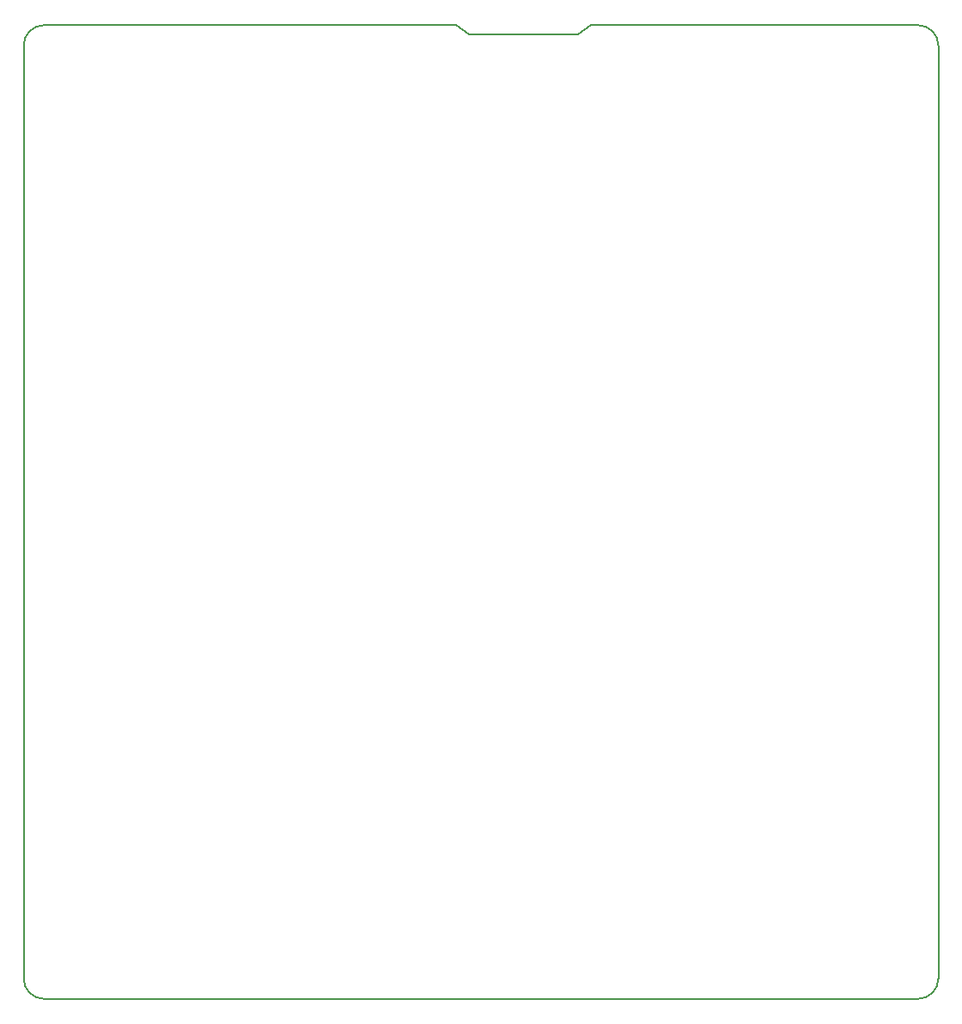
<source format=gm1>
G04 #@! TF.GenerationSoftware,KiCad,Pcbnew,(5.1.5)-3*
G04 #@! TF.CreationDate,2021-06-25T12:34:56-07:00*
G04 #@! TF.ProjectId,mainboard,6d61696e-626f-4617-9264-2e6b69636164,rev?*
G04 #@! TF.SameCoordinates,Original*
G04 #@! TF.FileFunction,Profile,NP*
%FSLAX46Y46*%
G04 Gerber Fmt 4.6, Leading zero omitted, Abs format (unit mm)*
G04 Created by KiCad (PCBNEW (5.1.5)-3) date 2021-06-25 12:34:56*
%MOMM*%
%LPD*%
G04 APERTURE LIST*
%ADD10C,0.150000*%
G04 APERTURE END LIST*
D10*
X98336100Y-54489100D02*
X98336100Y-146374100D01*
X100336100Y-148374100D02*
G75*
G02X98336100Y-146374100I0J2000000D01*
G01*
X100336100Y-148374100D02*
X186506100Y-148374100D01*
X188506100Y-146374100D02*
G75*
G02X186506100Y-148374100I-2000000J0D01*
G01*
X188506100Y-146374100D02*
X188506100Y-54489100D01*
X186506100Y-52489100D02*
G75*
G02X188506100Y-54489100I0J-2000000D01*
G01*
X186506100Y-52489100D02*
X154276100Y-52499096D01*
X154276100Y-52499096D02*
X153006100Y-53388096D01*
X153006100Y-53388096D02*
X142211100Y-53388096D01*
X142211100Y-53388096D02*
X140931103Y-52489100D01*
X140931103Y-52489100D02*
X100336100Y-52489100D01*
X98336100Y-54489100D02*
G75*
G02X100336100Y-52489100I2000000J0D01*
G01*
M02*

</source>
